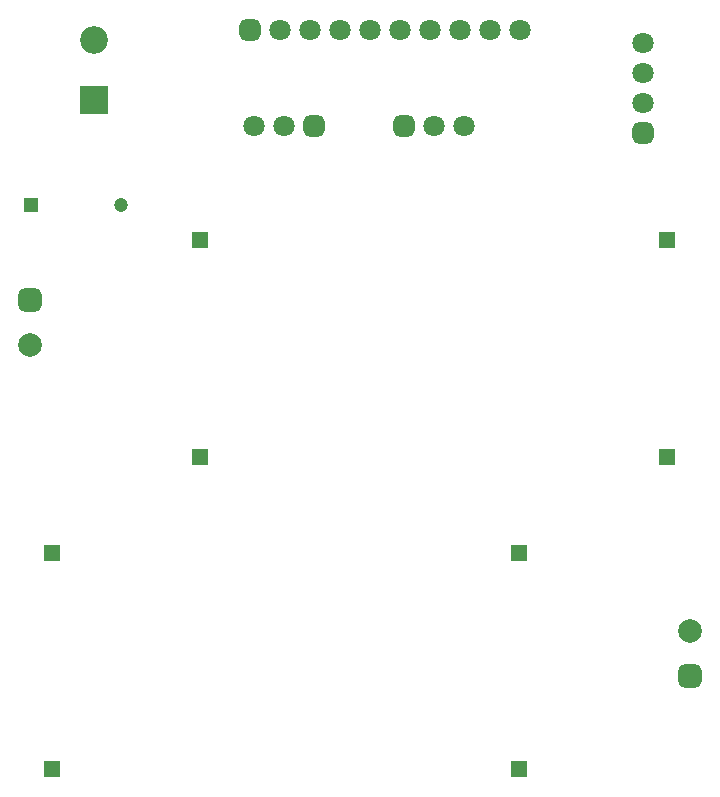
<source format=gbr>
%TF.GenerationSoftware,Altium Limited,Altium Designer,24.10.1 (45)*%
G04 Layer_Color=8388736*
%FSLAX45Y45*%
%MOMM*%
%TF.SameCoordinates,60A24816-13A2-4E53-95B9-A8CDB98880B0*%
%TF.FilePolarity,Negative*%
%TF.FileFunction,Soldermask,Top*%
%TF.Part,Single*%
G01*
G75*
%TA.AperFunction,ComponentPad*%
%ADD12R,1.20000X1.20000*%
%ADD13C,1.20000*%
%ADD14C,2.35000*%
%ADD15R,2.35000X2.35000*%
%ADD25R,1.44320X1.44320*%
G04:AMPARAMS|DCode=26|XSize=1.8032mm|YSize=1.8032mm|CornerRadius=0.5016mm|HoleSize=0mm|Usage=FLASHONLY|Rotation=180.000|XOffset=0mm|YOffset=0mm|HoleType=Round|Shape=RoundedRectangle|*
%AMROUNDEDRECTD26*
21,1,1.80320,0.80000,0,0,180.0*
21,1,0.80000,1.80320,0,0,180.0*
1,1,1.00320,-0.40000,0.40000*
1,1,1.00320,0.40000,0.40000*
1,1,1.00320,0.40000,-0.40000*
1,1,1.00320,-0.40000,-0.40000*
%
%ADD26ROUNDEDRECTD26*%
%ADD27C,1.80320*%
%ADD28C,2.00320*%
G04:AMPARAMS|DCode=29|XSize=2.0032mm|YSize=2.0032mm|CornerRadius=0.5516mm|HoleSize=0mm|Usage=FLASHONLY|Rotation=90.000|XOffset=0mm|YOffset=0mm|HoleType=Round|Shape=RoundedRectangle|*
%AMROUNDEDRECTD29*
21,1,2.00320,0.90000,0,0,90.0*
21,1,0.90000,2.00320,0,0,90.0*
1,1,1.10320,0.45000,0.45000*
1,1,1.10320,0.45000,-0.45000*
1,1,1.10320,-0.45000,-0.45000*
1,1,1.10320,-0.45000,0.45000*
%
%ADD29ROUNDEDRECTD29*%
G04:AMPARAMS|DCode=30|XSize=1.8032mm|YSize=1.8032mm|CornerRadius=0.5016mm|HoleSize=0mm|Usage=FLASHONLY|Rotation=90.000|XOffset=0mm|YOffset=0mm|HoleType=Round|Shape=RoundedRectangle|*
%AMROUNDEDRECTD30*
21,1,1.80320,0.80000,0,0,90.0*
21,1,0.80000,1.80320,0,0,90.0*
1,1,1.00320,0.40000,0.40000*
1,1,1.00320,0.40000,-0.40000*
1,1,1.00320,-0.40000,-0.40000*
1,1,1.00320,-0.40000,0.40000*
%
%ADD30ROUNDEDRECTD30*%
D12*
X736300Y5118100D02*
D03*
D13*
X1498900D02*
D03*
D14*
X1270000Y6515100D02*
D03*
D15*
Y6007100D02*
D03*
D25*
X6121400Y2992120D02*
D03*
Y4826000D02*
D03*
X2169160D02*
D03*
X4866640Y2176780D02*
D03*
Y342900D02*
D03*
X2169160Y2992120D02*
D03*
X914400Y342900D02*
D03*
Y2176780D02*
D03*
D26*
X3136900Y5791200D02*
D03*
X3898900D02*
D03*
X2590800Y6604000D02*
D03*
D27*
X2882900Y5791200D02*
D03*
X2628900D02*
D03*
X4152900D02*
D03*
X4406900D02*
D03*
X4368800Y6604000D02*
D03*
X4114800D02*
D03*
X3606800D02*
D03*
X3098800D02*
D03*
X2844800D02*
D03*
X3352800D02*
D03*
X3860800D02*
D03*
X4622800D02*
D03*
X4876800D02*
D03*
X5918200Y5981700D02*
D03*
Y6235700D02*
D03*
Y6489700D02*
D03*
D28*
X6318116Y1511276D02*
D03*
X730384Y3937024D02*
D03*
D29*
X6318116Y1130276D02*
D03*
X730384Y4318024D02*
D03*
D30*
X5918200Y5727700D02*
D03*
%TF.MD5,6bef83b0e5182a7409a74cab3ba766d0*%
M02*

</source>
